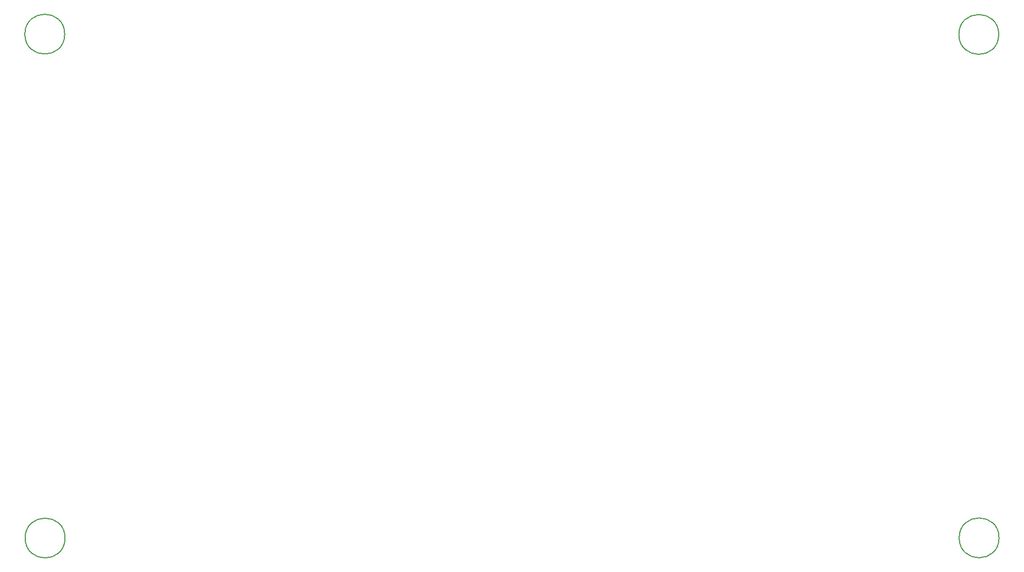
<source format=gbr>
%TF.GenerationSoftware,KiCad,Pcbnew,7.0.9*%
%TF.CreationDate,2024-11-07T18:52:40-06:00*%
%TF.ProjectId,RC17,52433137-2e6b-4696-9361-645f70636258,rev?*%
%TF.SameCoordinates,Original*%
%TF.FileFunction,Other,Comment*%
%FSLAX46Y46*%
G04 Gerber Fmt 4.6, Leading zero omitted, Abs format (unit mm)*
G04 Created by KiCad (PCBNEW 7.0.9) date 2024-11-07 18:52:40*
%MOMM*%
%LPD*%
G01*
G04 APERTURE LIST*
%ADD10C,0.150000*%
G04 APERTURE END LIST*
D10*
%TO.C, *%
X176750000Y-104475000D02*
G75*
G03*
X176750000Y-104475000I-3200000J0D01*
G01*
X26725000Y-23500000D02*
G75*
G03*
X26725000Y-23500000I-3200000J0D01*
G01*
X26775000Y-104500000D02*
G75*
G03*
X26775000Y-104500000I-3200000J0D01*
G01*
X176700000Y-23550000D02*
G75*
G03*
X176700000Y-23550000I-3200000J0D01*
G01*
%TD*%
M02*

</source>
